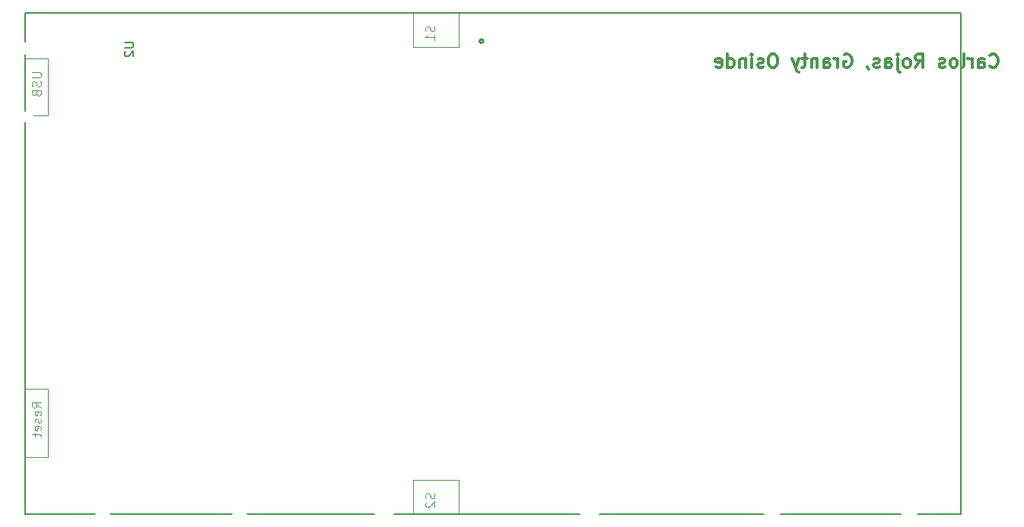
<source format=gbo>
G04 #@! TF.GenerationSoftware,KiCad,Pcbnew,9.0.0*
G04 #@! TF.CreationDate,2025-03-23T13:33:12-05:00*
G04 #@! TF.ProjectId,CDR3585,43445233-3538-4352-9e6b-696361645f70,v1.0.1*
G04 #@! TF.SameCoordinates,Original*
G04 #@! TF.FileFunction,Legend,Bot*
G04 #@! TF.FilePolarity,Positive*
%FSLAX46Y46*%
G04 Gerber Fmt 4.6, Leading zero omitted, Abs format (unit mm)*
G04 Created by KiCad (PCBNEW 9.0.0) date 2025-03-23 13:33:12*
%MOMM*%
%LPD*%
G01*
G04 APERTURE LIST*
%ADD10C,0.300000*%
%ADD11C,0.150000*%
%ADD12C,0.100000*%
%ADD13C,0.127000*%
%ADD14C,0.228600*%
%ADD15C,1.400000*%
%ADD16O,1.400000X1.400000*%
%ADD17C,1.700000*%
%ADD18O,1.700000X1.700000*%
%ADD19R,1.700000X1.700000*%
%ADD20R,1.800000X1.800000*%
%ADD21C,1.800000*%
%ADD22R,1.600000X2.400000*%
%ADD23O,1.600000X2.400000*%
%ADD24C,2.000000*%
%ADD25C,2.700000*%
%ADD26R,1.750000X1.750000*%
%ADD27C,1.750000*%
%ADD28C,1.778000*%
%ADD29C,2.286000*%
%ADD30C,1.600000*%
%ADD31O,1.600000X1.600000*%
%ADD32C,4.318000*%
%ADD33R,2.032000X2.032000*%
%ADD34C,2.032000*%
%ADD35C,2.200000*%
%ADD36R,1.778000X1.778000*%
%ADD37R,1.520000X1.520000*%
%ADD38C,1.520000*%
G04 APERTURE END LIST*
D10*
X163088346Y-66657971D02*
X163159774Y-66729400D01*
X163159774Y-66729400D02*
X163374060Y-66800828D01*
X163374060Y-66800828D02*
X163516917Y-66800828D01*
X163516917Y-66800828D02*
X163731203Y-66729400D01*
X163731203Y-66729400D02*
X163874060Y-66586542D01*
X163874060Y-66586542D02*
X163945489Y-66443685D01*
X163945489Y-66443685D02*
X164016917Y-66157971D01*
X164016917Y-66157971D02*
X164016917Y-65943685D01*
X164016917Y-65943685D02*
X163945489Y-65657971D01*
X163945489Y-65657971D02*
X163874060Y-65515114D01*
X163874060Y-65515114D02*
X163731203Y-65372257D01*
X163731203Y-65372257D02*
X163516917Y-65300828D01*
X163516917Y-65300828D02*
X163374060Y-65300828D01*
X163374060Y-65300828D02*
X163159774Y-65372257D01*
X163159774Y-65372257D02*
X163088346Y-65443685D01*
X161802632Y-66800828D02*
X161802632Y-66015114D01*
X161802632Y-66015114D02*
X161874060Y-65872257D01*
X161874060Y-65872257D02*
X162016917Y-65800828D01*
X162016917Y-65800828D02*
X162302632Y-65800828D01*
X162302632Y-65800828D02*
X162445489Y-65872257D01*
X161802632Y-66729400D02*
X161945489Y-66800828D01*
X161945489Y-66800828D02*
X162302632Y-66800828D01*
X162302632Y-66800828D02*
X162445489Y-66729400D01*
X162445489Y-66729400D02*
X162516917Y-66586542D01*
X162516917Y-66586542D02*
X162516917Y-66443685D01*
X162516917Y-66443685D02*
X162445489Y-66300828D01*
X162445489Y-66300828D02*
X162302632Y-66229400D01*
X162302632Y-66229400D02*
X161945489Y-66229400D01*
X161945489Y-66229400D02*
X161802632Y-66157971D01*
X161088346Y-66800828D02*
X161088346Y-65800828D01*
X161088346Y-66086542D02*
X161016917Y-65943685D01*
X161016917Y-65943685D02*
X160945489Y-65872257D01*
X160945489Y-65872257D02*
X160802631Y-65800828D01*
X160802631Y-65800828D02*
X160659774Y-65800828D01*
X159945489Y-66800828D02*
X160088346Y-66729400D01*
X160088346Y-66729400D02*
X160159775Y-66586542D01*
X160159775Y-66586542D02*
X160159775Y-65300828D01*
X159159775Y-66800828D02*
X159302632Y-66729400D01*
X159302632Y-66729400D02*
X159374061Y-66657971D01*
X159374061Y-66657971D02*
X159445489Y-66515114D01*
X159445489Y-66515114D02*
X159445489Y-66086542D01*
X159445489Y-66086542D02*
X159374061Y-65943685D01*
X159374061Y-65943685D02*
X159302632Y-65872257D01*
X159302632Y-65872257D02*
X159159775Y-65800828D01*
X159159775Y-65800828D02*
X158945489Y-65800828D01*
X158945489Y-65800828D02*
X158802632Y-65872257D01*
X158802632Y-65872257D02*
X158731204Y-65943685D01*
X158731204Y-65943685D02*
X158659775Y-66086542D01*
X158659775Y-66086542D02*
X158659775Y-66515114D01*
X158659775Y-66515114D02*
X158731204Y-66657971D01*
X158731204Y-66657971D02*
X158802632Y-66729400D01*
X158802632Y-66729400D02*
X158945489Y-66800828D01*
X158945489Y-66800828D02*
X159159775Y-66800828D01*
X158088346Y-66729400D02*
X157945489Y-66800828D01*
X157945489Y-66800828D02*
X157659775Y-66800828D01*
X157659775Y-66800828D02*
X157516918Y-66729400D01*
X157516918Y-66729400D02*
X157445489Y-66586542D01*
X157445489Y-66586542D02*
X157445489Y-66515114D01*
X157445489Y-66515114D02*
X157516918Y-66372257D01*
X157516918Y-66372257D02*
X157659775Y-66300828D01*
X157659775Y-66300828D02*
X157874061Y-66300828D01*
X157874061Y-66300828D02*
X158016918Y-66229400D01*
X158016918Y-66229400D02*
X158088346Y-66086542D01*
X158088346Y-66086542D02*
X158088346Y-66015114D01*
X158088346Y-66015114D02*
X158016918Y-65872257D01*
X158016918Y-65872257D02*
X157874061Y-65800828D01*
X157874061Y-65800828D02*
X157659775Y-65800828D01*
X157659775Y-65800828D02*
X157516918Y-65872257D01*
X154802632Y-66800828D02*
X155302632Y-66086542D01*
X155659775Y-66800828D02*
X155659775Y-65300828D01*
X155659775Y-65300828D02*
X155088346Y-65300828D01*
X155088346Y-65300828D02*
X154945489Y-65372257D01*
X154945489Y-65372257D02*
X154874060Y-65443685D01*
X154874060Y-65443685D02*
X154802632Y-65586542D01*
X154802632Y-65586542D02*
X154802632Y-65800828D01*
X154802632Y-65800828D02*
X154874060Y-65943685D01*
X154874060Y-65943685D02*
X154945489Y-66015114D01*
X154945489Y-66015114D02*
X155088346Y-66086542D01*
X155088346Y-66086542D02*
X155659775Y-66086542D01*
X153945489Y-66800828D02*
X154088346Y-66729400D01*
X154088346Y-66729400D02*
X154159775Y-66657971D01*
X154159775Y-66657971D02*
X154231203Y-66515114D01*
X154231203Y-66515114D02*
X154231203Y-66086542D01*
X154231203Y-66086542D02*
X154159775Y-65943685D01*
X154159775Y-65943685D02*
X154088346Y-65872257D01*
X154088346Y-65872257D02*
X153945489Y-65800828D01*
X153945489Y-65800828D02*
X153731203Y-65800828D01*
X153731203Y-65800828D02*
X153588346Y-65872257D01*
X153588346Y-65872257D02*
X153516918Y-65943685D01*
X153516918Y-65943685D02*
X153445489Y-66086542D01*
X153445489Y-66086542D02*
X153445489Y-66515114D01*
X153445489Y-66515114D02*
X153516918Y-66657971D01*
X153516918Y-66657971D02*
X153588346Y-66729400D01*
X153588346Y-66729400D02*
X153731203Y-66800828D01*
X153731203Y-66800828D02*
X153945489Y-66800828D01*
X152802632Y-65800828D02*
X152802632Y-67086542D01*
X152802632Y-67086542D02*
X152874060Y-67229400D01*
X152874060Y-67229400D02*
X153016917Y-67300828D01*
X153016917Y-67300828D02*
X153088346Y-67300828D01*
X152802632Y-65300828D02*
X152874060Y-65372257D01*
X152874060Y-65372257D02*
X152802632Y-65443685D01*
X152802632Y-65443685D02*
X152731203Y-65372257D01*
X152731203Y-65372257D02*
X152802632Y-65300828D01*
X152802632Y-65300828D02*
X152802632Y-65443685D01*
X151445489Y-66800828D02*
X151445489Y-66015114D01*
X151445489Y-66015114D02*
X151516917Y-65872257D01*
X151516917Y-65872257D02*
X151659774Y-65800828D01*
X151659774Y-65800828D02*
X151945489Y-65800828D01*
X151945489Y-65800828D02*
X152088346Y-65872257D01*
X151445489Y-66729400D02*
X151588346Y-66800828D01*
X151588346Y-66800828D02*
X151945489Y-66800828D01*
X151945489Y-66800828D02*
X152088346Y-66729400D01*
X152088346Y-66729400D02*
X152159774Y-66586542D01*
X152159774Y-66586542D02*
X152159774Y-66443685D01*
X152159774Y-66443685D02*
X152088346Y-66300828D01*
X152088346Y-66300828D02*
X151945489Y-66229400D01*
X151945489Y-66229400D02*
X151588346Y-66229400D01*
X151588346Y-66229400D02*
X151445489Y-66157971D01*
X150802631Y-66729400D02*
X150659774Y-66800828D01*
X150659774Y-66800828D02*
X150374060Y-66800828D01*
X150374060Y-66800828D02*
X150231203Y-66729400D01*
X150231203Y-66729400D02*
X150159774Y-66586542D01*
X150159774Y-66586542D02*
X150159774Y-66515114D01*
X150159774Y-66515114D02*
X150231203Y-66372257D01*
X150231203Y-66372257D02*
X150374060Y-66300828D01*
X150374060Y-66300828D02*
X150588346Y-66300828D01*
X150588346Y-66300828D02*
X150731203Y-66229400D01*
X150731203Y-66229400D02*
X150802631Y-66086542D01*
X150802631Y-66086542D02*
X150802631Y-66015114D01*
X150802631Y-66015114D02*
X150731203Y-65872257D01*
X150731203Y-65872257D02*
X150588346Y-65800828D01*
X150588346Y-65800828D02*
X150374060Y-65800828D01*
X150374060Y-65800828D02*
X150231203Y-65872257D01*
X149445488Y-66729400D02*
X149445488Y-66800828D01*
X149445488Y-66800828D02*
X149516917Y-66943685D01*
X149516917Y-66943685D02*
X149588345Y-67015114D01*
X146874059Y-65372257D02*
X147016917Y-65300828D01*
X147016917Y-65300828D02*
X147231202Y-65300828D01*
X147231202Y-65300828D02*
X147445488Y-65372257D01*
X147445488Y-65372257D02*
X147588345Y-65515114D01*
X147588345Y-65515114D02*
X147659774Y-65657971D01*
X147659774Y-65657971D02*
X147731202Y-65943685D01*
X147731202Y-65943685D02*
X147731202Y-66157971D01*
X147731202Y-66157971D02*
X147659774Y-66443685D01*
X147659774Y-66443685D02*
X147588345Y-66586542D01*
X147588345Y-66586542D02*
X147445488Y-66729400D01*
X147445488Y-66729400D02*
X147231202Y-66800828D01*
X147231202Y-66800828D02*
X147088345Y-66800828D01*
X147088345Y-66800828D02*
X146874059Y-66729400D01*
X146874059Y-66729400D02*
X146802631Y-66657971D01*
X146802631Y-66657971D02*
X146802631Y-66157971D01*
X146802631Y-66157971D02*
X147088345Y-66157971D01*
X146159774Y-66800828D02*
X146159774Y-65800828D01*
X146159774Y-66086542D02*
X146088345Y-65943685D01*
X146088345Y-65943685D02*
X146016917Y-65872257D01*
X146016917Y-65872257D02*
X145874059Y-65800828D01*
X145874059Y-65800828D02*
X145731202Y-65800828D01*
X144588346Y-66800828D02*
X144588346Y-66015114D01*
X144588346Y-66015114D02*
X144659774Y-65872257D01*
X144659774Y-65872257D02*
X144802631Y-65800828D01*
X144802631Y-65800828D02*
X145088346Y-65800828D01*
X145088346Y-65800828D02*
X145231203Y-65872257D01*
X144588346Y-66729400D02*
X144731203Y-66800828D01*
X144731203Y-66800828D02*
X145088346Y-66800828D01*
X145088346Y-66800828D02*
X145231203Y-66729400D01*
X145231203Y-66729400D02*
X145302631Y-66586542D01*
X145302631Y-66586542D02*
X145302631Y-66443685D01*
X145302631Y-66443685D02*
X145231203Y-66300828D01*
X145231203Y-66300828D02*
X145088346Y-66229400D01*
X145088346Y-66229400D02*
X144731203Y-66229400D01*
X144731203Y-66229400D02*
X144588346Y-66157971D01*
X143874060Y-65800828D02*
X143874060Y-66800828D01*
X143874060Y-65943685D02*
X143802631Y-65872257D01*
X143802631Y-65872257D02*
X143659774Y-65800828D01*
X143659774Y-65800828D02*
X143445488Y-65800828D01*
X143445488Y-65800828D02*
X143302631Y-65872257D01*
X143302631Y-65872257D02*
X143231203Y-66015114D01*
X143231203Y-66015114D02*
X143231203Y-66800828D01*
X142731202Y-65800828D02*
X142159774Y-65800828D01*
X142516917Y-65300828D02*
X142516917Y-66586542D01*
X142516917Y-66586542D02*
X142445488Y-66729400D01*
X142445488Y-66729400D02*
X142302631Y-66800828D01*
X142302631Y-66800828D02*
X142159774Y-66800828D01*
X141802631Y-65800828D02*
X141445488Y-66800828D01*
X141088345Y-65800828D02*
X141445488Y-66800828D01*
X141445488Y-66800828D02*
X141588345Y-67157971D01*
X141588345Y-67157971D02*
X141659774Y-67229400D01*
X141659774Y-67229400D02*
X141802631Y-67300828D01*
X139088345Y-65300828D02*
X138802631Y-65300828D01*
X138802631Y-65300828D02*
X138659774Y-65372257D01*
X138659774Y-65372257D02*
X138516917Y-65515114D01*
X138516917Y-65515114D02*
X138445488Y-65800828D01*
X138445488Y-65800828D02*
X138445488Y-66300828D01*
X138445488Y-66300828D02*
X138516917Y-66586542D01*
X138516917Y-66586542D02*
X138659774Y-66729400D01*
X138659774Y-66729400D02*
X138802631Y-66800828D01*
X138802631Y-66800828D02*
X139088345Y-66800828D01*
X139088345Y-66800828D02*
X139231203Y-66729400D01*
X139231203Y-66729400D02*
X139374060Y-66586542D01*
X139374060Y-66586542D02*
X139445488Y-66300828D01*
X139445488Y-66300828D02*
X139445488Y-65800828D01*
X139445488Y-65800828D02*
X139374060Y-65515114D01*
X139374060Y-65515114D02*
X139231203Y-65372257D01*
X139231203Y-65372257D02*
X139088345Y-65300828D01*
X137874059Y-66729400D02*
X137731202Y-66800828D01*
X137731202Y-66800828D02*
X137445488Y-66800828D01*
X137445488Y-66800828D02*
X137302631Y-66729400D01*
X137302631Y-66729400D02*
X137231202Y-66586542D01*
X137231202Y-66586542D02*
X137231202Y-66515114D01*
X137231202Y-66515114D02*
X137302631Y-66372257D01*
X137302631Y-66372257D02*
X137445488Y-66300828D01*
X137445488Y-66300828D02*
X137659774Y-66300828D01*
X137659774Y-66300828D02*
X137802631Y-66229400D01*
X137802631Y-66229400D02*
X137874059Y-66086542D01*
X137874059Y-66086542D02*
X137874059Y-66015114D01*
X137874059Y-66015114D02*
X137802631Y-65872257D01*
X137802631Y-65872257D02*
X137659774Y-65800828D01*
X137659774Y-65800828D02*
X137445488Y-65800828D01*
X137445488Y-65800828D02*
X137302631Y-65872257D01*
X136588345Y-66800828D02*
X136588345Y-65800828D01*
X136588345Y-65300828D02*
X136659773Y-65372257D01*
X136659773Y-65372257D02*
X136588345Y-65443685D01*
X136588345Y-65443685D02*
X136516916Y-65372257D01*
X136516916Y-65372257D02*
X136588345Y-65300828D01*
X136588345Y-65300828D02*
X136588345Y-65443685D01*
X135874059Y-65800828D02*
X135874059Y-66800828D01*
X135874059Y-65943685D02*
X135802630Y-65872257D01*
X135802630Y-65872257D02*
X135659773Y-65800828D01*
X135659773Y-65800828D02*
X135445487Y-65800828D01*
X135445487Y-65800828D02*
X135302630Y-65872257D01*
X135302630Y-65872257D02*
X135231202Y-66015114D01*
X135231202Y-66015114D02*
X135231202Y-66800828D01*
X133874059Y-66800828D02*
X133874059Y-65300828D01*
X133874059Y-66729400D02*
X134016916Y-66800828D01*
X134016916Y-66800828D02*
X134302630Y-66800828D01*
X134302630Y-66800828D02*
X134445487Y-66729400D01*
X134445487Y-66729400D02*
X134516916Y-66657971D01*
X134516916Y-66657971D02*
X134588344Y-66515114D01*
X134588344Y-66515114D02*
X134588344Y-66086542D01*
X134588344Y-66086542D02*
X134516916Y-65943685D01*
X134516916Y-65943685D02*
X134445487Y-65872257D01*
X134445487Y-65872257D02*
X134302630Y-65800828D01*
X134302630Y-65800828D02*
X134016916Y-65800828D01*
X134016916Y-65800828D02*
X133874059Y-65872257D01*
X132588344Y-66729400D02*
X132731201Y-66800828D01*
X132731201Y-66800828D02*
X133016916Y-66800828D01*
X133016916Y-66800828D02*
X133159773Y-66729400D01*
X133159773Y-66729400D02*
X133231201Y-66586542D01*
X133231201Y-66586542D02*
X133231201Y-66015114D01*
X133231201Y-66015114D02*
X133159773Y-65872257D01*
X133159773Y-65872257D02*
X133016916Y-65800828D01*
X133016916Y-65800828D02*
X132731201Y-65800828D01*
X132731201Y-65800828D02*
X132588344Y-65872257D01*
X132588344Y-65872257D02*
X132516916Y-66015114D01*
X132516916Y-66015114D02*
X132516916Y-66157971D01*
X132516916Y-66157971D02*
X133231201Y-66300828D01*
D11*
X66774819Y-64018095D02*
X67584342Y-64018095D01*
X67584342Y-64018095D02*
X67679580Y-64065714D01*
X67679580Y-64065714D02*
X67727200Y-64113333D01*
X67727200Y-64113333D02*
X67774819Y-64208571D01*
X67774819Y-64208571D02*
X67774819Y-64399047D01*
X67774819Y-64399047D02*
X67727200Y-64494285D01*
X67727200Y-64494285D02*
X67679580Y-64541904D01*
X67679580Y-64541904D02*
X67584342Y-64589523D01*
X67584342Y-64589523D02*
X66774819Y-64589523D01*
X66870057Y-65018095D02*
X66822438Y-65065714D01*
X66822438Y-65065714D02*
X66774819Y-65160952D01*
X66774819Y-65160952D02*
X66774819Y-65399047D01*
X66774819Y-65399047D02*
X66822438Y-65494285D01*
X66822438Y-65494285D02*
X66870057Y-65541904D01*
X66870057Y-65541904D02*
X66965295Y-65589523D01*
X66965295Y-65589523D02*
X67060533Y-65589523D01*
X67060533Y-65589523D02*
X67203390Y-65541904D01*
X67203390Y-65541904D02*
X67774819Y-64970476D01*
X67774819Y-64970476D02*
X67774819Y-65589523D01*
D12*
X101244800Y-62226265D02*
X101292419Y-62369122D01*
X101292419Y-62369122D02*
X101292419Y-62607217D01*
X101292419Y-62607217D02*
X101244800Y-62702455D01*
X101244800Y-62702455D02*
X101197180Y-62750074D01*
X101197180Y-62750074D02*
X101101942Y-62797693D01*
X101101942Y-62797693D02*
X101006704Y-62797693D01*
X101006704Y-62797693D02*
X100911466Y-62750074D01*
X100911466Y-62750074D02*
X100863847Y-62702455D01*
X100863847Y-62702455D02*
X100816228Y-62607217D01*
X100816228Y-62607217D02*
X100768609Y-62416741D01*
X100768609Y-62416741D02*
X100720990Y-62321503D01*
X100720990Y-62321503D02*
X100673371Y-62273884D01*
X100673371Y-62273884D02*
X100578133Y-62226265D01*
X100578133Y-62226265D02*
X100482895Y-62226265D01*
X100482895Y-62226265D02*
X100387657Y-62273884D01*
X100387657Y-62273884D02*
X100340038Y-62321503D01*
X100340038Y-62321503D02*
X100292419Y-62416741D01*
X100292419Y-62416741D02*
X100292419Y-62654836D01*
X100292419Y-62654836D02*
X100340038Y-62797693D01*
X101292419Y-63750074D02*
X101292419Y-63178646D01*
X101292419Y-63464360D02*
X100292419Y-63464360D01*
X100292419Y-63464360D02*
X100435276Y-63369122D01*
X100435276Y-63369122D02*
X100530514Y-63273884D01*
X100530514Y-63273884D02*
X100578133Y-63178646D01*
X56477419Y-67353884D02*
X57286942Y-67353884D01*
X57286942Y-67353884D02*
X57382180Y-67401503D01*
X57382180Y-67401503D02*
X57429800Y-67449122D01*
X57429800Y-67449122D02*
X57477419Y-67544360D01*
X57477419Y-67544360D02*
X57477419Y-67734836D01*
X57477419Y-67734836D02*
X57429800Y-67830074D01*
X57429800Y-67830074D02*
X57382180Y-67877693D01*
X57382180Y-67877693D02*
X57286942Y-67925312D01*
X57286942Y-67925312D02*
X56477419Y-67925312D01*
X57429800Y-68353884D02*
X57477419Y-68496741D01*
X57477419Y-68496741D02*
X57477419Y-68734836D01*
X57477419Y-68734836D02*
X57429800Y-68830074D01*
X57429800Y-68830074D02*
X57382180Y-68877693D01*
X57382180Y-68877693D02*
X57286942Y-68925312D01*
X57286942Y-68925312D02*
X57191704Y-68925312D01*
X57191704Y-68925312D02*
X57096466Y-68877693D01*
X57096466Y-68877693D02*
X57048847Y-68830074D01*
X57048847Y-68830074D02*
X57001228Y-68734836D01*
X57001228Y-68734836D02*
X56953609Y-68544360D01*
X56953609Y-68544360D02*
X56905990Y-68449122D01*
X56905990Y-68449122D02*
X56858371Y-68401503D01*
X56858371Y-68401503D02*
X56763133Y-68353884D01*
X56763133Y-68353884D02*
X56667895Y-68353884D01*
X56667895Y-68353884D02*
X56572657Y-68401503D01*
X56572657Y-68401503D02*
X56525038Y-68449122D01*
X56525038Y-68449122D02*
X56477419Y-68544360D01*
X56477419Y-68544360D02*
X56477419Y-68782455D01*
X56477419Y-68782455D02*
X56525038Y-68925312D01*
X56953609Y-69687217D02*
X57001228Y-69830074D01*
X57001228Y-69830074D02*
X57048847Y-69877693D01*
X57048847Y-69877693D02*
X57144085Y-69925312D01*
X57144085Y-69925312D02*
X57286942Y-69925312D01*
X57286942Y-69925312D02*
X57382180Y-69877693D01*
X57382180Y-69877693D02*
X57429800Y-69830074D01*
X57429800Y-69830074D02*
X57477419Y-69734836D01*
X57477419Y-69734836D02*
X57477419Y-69353884D01*
X57477419Y-69353884D02*
X56477419Y-69353884D01*
X56477419Y-69353884D02*
X56477419Y-69687217D01*
X56477419Y-69687217D02*
X56525038Y-69782455D01*
X56525038Y-69782455D02*
X56572657Y-69830074D01*
X56572657Y-69830074D02*
X56667895Y-69877693D01*
X56667895Y-69877693D02*
X56763133Y-69877693D01*
X56763133Y-69877693D02*
X56858371Y-69830074D01*
X56858371Y-69830074D02*
X56905990Y-69782455D01*
X56905990Y-69782455D02*
X56953609Y-69687217D01*
X56953609Y-69687217D02*
X56953609Y-69353884D01*
X101244800Y-114296265D02*
X101292419Y-114439122D01*
X101292419Y-114439122D02*
X101292419Y-114677217D01*
X101292419Y-114677217D02*
X101244800Y-114772455D01*
X101244800Y-114772455D02*
X101197180Y-114820074D01*
X101197180Y-114820074D02*
X101101942Y-114867693D01*
X101101942Y-114867693D02*
X101006704Y-114867693D01*
X101006704Y-114867693D02*
X100911466Y-114820074D01*
X100911466Y-114820074D02*
X100863847Y-114772455D01*
X100863847Y-114772455D02*
X100816228Y-114677217D01*
X100816228Y-114677217D02*
X100768609Y-114486741D01*
X100768609Y-114486741D02*
X100720990Y-114391503D01*
X100720990Y-114391503D02*
X100673371Y-114343884D01*
X100673371Y-114343884D02*
X100578133Y-114296265D01*
X100578133Y-114296265D02*
X100482895Y-114296265D01*
X100482895Y-114296265D02*
X100387657Y-114343884D01*
X100387657Y-114343884D02*
X100340038Y-114391503D01*
X100340038Y-114391503D02*
X100292419Y-114486741D01*
X100292419Y-114486741D02*
X100292419Y-114724836D01*
X100292419Y-114724836D02*
X100340038Y-114867693D01*
X100387657Y-115248646D02*
X100340038Y-115296265D01*
X100340038Y-115296265D02*
X100292419Y-115391503D01*
X100292419Y-115391503D02*
X100292419Y-115629598D01*
X100292419Y-115629598D02*
X100340038Y-115724836D01*
X100340038Y-115724836D02*
X100387657Y-115772455D01*
X100387657Y-115772455D02*
X100482895Y-115820074D01*
X100482895Y-115820074D02*
X100578133Y-115820074D01*
X100578133Y-115820074D02*
X100720990Y-115772455D01*
X100720990Y-115772455D02*
X101292419Y-115201027D01*
X101292419Y-115201027D02*
X101292419Y-115820074D01*
X57477419Y-104755312D02*
X57001228Y-104421979D01*
X57477419Y-104183884D02*
X56477419Y-104183884D01*
X56477419Y-104183884D02*
X56477419Y-104564836D01*
X56477419Y-104564836D02*
X56525038Y-104660074D01*
X56525038Y-104660074D02*
X56572657Y-104707693D01*
X56572657Y-104707693D02*
X56667895Y-104755312D01*
X56667895Y-104755312D02*
X56810752Y-104755312D01*
X56810752Y-104755312D02*
X56905990Y-104707693D01*
X56905990Y-104707693D02*
X56953609Y-104660074D01*
X56953609Y-104660074D02*
X57001228Y-104564836D01*
X57001228Y-104564836D02*
X57001228Y-104183884D01*
X57429800Y-105564836D02*
X57477419Y-105469598D01*
X57477419Y-105469598D02*
X57477419Y-105279122D01*
X57477419Y-105279122D02*
X57429800Y-105183884D01*
X57429800Y-105183884D02*
X57334561Y-105136265D01*
X57334561Y-105136265D02*
X56953609Y-105136265D01*
X56953609Y-105136265D02*
X56858371Y-105183884D01*
X56858371Y-105183884D02*
X56810752Y-105279122D01*
X56810752Y-105279122D02*
X56810752Y-105469598D01*
X56810752Y-105469598D02*
X56858371Y-105564836D01*
X56858371Y-105564836D02*
X56953609Y-105612455D01*
X56953609Y-105612455D02*
X57048847Y-105612455D01*
X57048847Y-105612455D02*
X57144085Y-105136265D01*
X57429800Y-105993408D02*
X57477419Y-106088646D01*
X57477419Y-106088646D02*
X57477419Y-106279122D01*
X57477419Y-106279122D02*
X57429800Y-106374360D01*
X57429800Y-106374360D02*
X57334561Y-106421979D01*
X57334561Y-106421979D02*
X57286942Y-106421979D01*
X57286942Y-106421979D02*
X57191704Y-106374360D01*
X57191704Y-106374360D02*
X57144085Y-106279122D01*
X57144085Y-106279122D02*
X57144085Y-106136265D01*
X57144085Y-106136265D02*
X57096466Y-106041027D01*
X57096466Y-106041027D02*
X57001228Y-105993408D01*
X57001228Y-105993408D02*
X56953609Y-105993408D01*
X56953609Y-105993408D02*
X56858371Y-106041027D01*
X56858371Y-106041027D02*
X56810752Y-106136265D01*
X56810752Y-106136265D02*
X56810752Y-106279122D01*
X56810752Y-106279122D02*
X56858371Y-106374360D01*
X57429800Y-107231503D02*
X57477419Y-107136265D01*
X57477419Y-107136265D02*
X57477419Y-106945789D01*
X57477419Y-106945789D02*
X57429800Y-106850551D01*
X57429800Y-106850551D02*
X57334561Y-106802932D01*
X57334561Y-106802932D02*
X56953609Y-106802932D01*
X56953609Y-106802932D02*
X56858371Y-106850551D01*
X56858371Y-106850551D02*
X56810752Y-106945789D01*
X56810752Y-106945789D02*
X56810752Y-107136265D01*
X56810752Y-107136265D02*
X56858371Y-107231503D01*
X56858371Y-107231503D02*
X56953609Y-107279122D01*
X56953609Y-107279122D02*
X57048847Y-107279122D01*
X57048847Y-107279122D02*
X57144085Y-106802932D01*
X56810752Y-107564837D02*
X56810752Y-107945789D01*
X56477419Y-107707694D02*
X57334561Y-107707694D01*
X57334561Y-107707694D02*
X57429800Y-107755313D01*
X57429800Y-107755313D02*
X57477419Y-107850551D01*
X57477419Y-107850551D02*
X57477419Y-107945789D01*
D13*
X55700000Y-60700000D02*
X159840000Y-60700000D01*
X55700000Y-116580000D02*
X55700000Y-60700000D01*
X159840000Y-60700000D02*
X159840000Y-116580000D01*
X159840000Y-116580000D02*
X55700000Y-116580000D01*
D12*
X55700000Y-65780000D02*
X58240000Y-65780000D01*
X58240000Y-72130000D01*
X55700000Y-72130000D01*
X55700000Y-65780000D01*
X55700000Y-102610000D02*
X58240000Y-102610000D01*
X58240000Y-110230000D01*
X55700000Y-110230000D01*
X55700000Y-102610000D01*
X98880000Y-60700000D02*
X103960000Y-60700000D01*
X103960000Y-64510000D01*
X98880000Y-64510000D01*
X98880000Y-60700000D01*
X98880000Y-112770000D02*
X103960000Y-112770000D01*
X103960000Y-116580000D01*
X98880000Y-116580000D01*
X98880000Y-112770000D01*
D14*
X106703200Y-63875000D02*
G75*
G02*
X106296800Y-63875000I-203200J0D01*
G01*
X106296800Y-63875000D02*
G75*
G02*
X106703200Y-63875000I203200J0D01*
G01*
%LPC*%
D15*
X80880000Y-83500000D03*
D16*
X88500000Y-83500000D03*
D15*
X68500000Y-62500000D03*
D16*
X76120000Y-62500000D03*
D17*
X82460000Y-123500000D03*
D18*
X85000000Y-123500000D03*
D15*
X68500000Y-42500000D03*
D16*
X76120000Y-42500000D03*
D19*
X137920000Y-42500000D03*
D18*
X140460000Y-42500000D03*
X143000000Y-42500000D03*
D15*
X68380000Y-66500000D03*
D16*
X76000000Y-66500000D03*
D20*
X85000000Y-63500000D03*
D21*
X85000000Y-66040000D03*
D15*
X68500000Y-50500000D03*
D16*
X76120000Y-50500000D03*
D22*
X65300000Y-84175000D03*
D23*
X62760000Y-84175000D03*
X60220000Y-84175000D03*
X57680000Y-84175000D03*
X57680000Y-91795000D03*
X60220000Y-91795000D03*
X62760000Y-91795000D03*
X65300000Y-91795000D03*
D15*
X56000000Y-72310000D03*
D16*
X56000000Y-64690000D03*
D24*
X128750000Y-78750000D03*
X135250000Y-78750000D03*
X128750000Y-83250000D03*
X135250000Y-83250000D03*
X139250000Y-69750000D03*
X145750000Y-69750000D03*
X139250000Y-74250000D03*
X145750000Y-74250000D03*
D15*
X68380000Y-70500000D03*
D16*
X76000000Y-70500000D03*
D25*
X94505000Y-124200000D03*
X95705000Y-115800000D03*
X118505000Y-115800000D03*
X119705000Y-124200000D03*
D26*
X90605000Y-118250000D03*
D27*
X90605000Y-121750000D03*
X123605000Y-118250000D03*
D15*
X68380000Y-58500000D03*
D16*
X76000000Y-58500000D03*
D15*
X99000000Y-47310000D03*
D16*
X99000000Y-39690000D03*
D17*
X60960000Y-43000000D03*
D18*
X63500000Y-43000000D03*
D28*
X61792500Y-113310000D03*
X61792500Y-110770000D03*
X61792500Y-108230000D03*
X69412500Y-120930000D03*
X71952500Y-120930000D03*
X74492500Y-120930000D03*
D29*
X64332500Y-104102500D03*
X64332500Y-117437500D03*
X79572500Y-117437500D03*
X79572500Y-104102500D03*
D28*
X68777500Y-103150000D03*
X75127500Y-103150000D03*
X68777500Y-98070000D03*
X75127500Y-98070000D03*
D17*
X130725000Y-118500000D03*
D18*
X133265000Y-118500000D03*
D30*
X56943800Y-49065000D03*
D31*
X62023800Y-49065000D03*
D20*
X85000000Y-50460000D03*
D21*
X85000000Y-53000000D03*
D32*
X161290000Y-41910000D03*
X161290000Y-123190000D03*
X54610000Y-41910000D03*
D15*
X136500000Y-56000000D03*
D16*
X128880000Y-56000000D03*
D32*
X54610000Y-123190000D03*
D33*
X71500000Y-90000000D03*
D34*
X76580000Y-90000000D03*
D15*
X80880000Y-58000000D03*
D16*
X88500000Y-58000000D03*
D17*
X130725000Y-124000000D03*
D18*
X133265000Y-124000000D03*
D20*
X116960000Y-43380000D03*
D21*
X119500000Y-43380000D03*
D33*
X71500000Y-79500000D03*
D34*
X76580000Y-79500000D03*
D28*
X136292500Y-111810000D03*
X136292500Y-109270000D03*
X136292500Y-106730000D03*
X143912500Y-119430000D03*
X146452500Y-119430000D03*
X148992500Y-119430000D03*
D29*
X138832500Y-102602500D03*
X138832500Y-115937500D03*
X154072500Y-115937500D03*
X154072500Y-102602500D03*
D28*
X143277500Y-101650000D03*
X149627500Y-101650000D03*
X143277500Y-96570000D03*
X149627500Y-96570000D03*
D24*
X149250000Y-78250000D03*
X155750000Y-78250000D03*
X149250000Y-82750000D03*
X155750000Y-82750000D03*
D15*
X124000000Y-47500000D03*
D16*
X124000000Y-39880000D03*
D15*
X136500000Y-60000000D03*
D16*
X128880000Y-60000000D03*
D15*
X111500000Y-47120000D03*
D16*
X111500000Y-39500000D03*
D15*
X55690000Y-54500000D03*
D16*
X63310000Y-54500000D03*
D15*
X136500000Y-48000000D03*
D16*
X128880000Y-48000000D03*
D15*
X68500000Y-54500000D03*
D16*
X76120000Y-54500000D03*
D15*
X136500000Y-52000000D03*
D16*
X128880000Y-52000000D03*
D24*
X146250000Y-90750000D03*
X139750000Y-90750000D03*
X146250000Y-86250000D03*
X139750000Y-86250000D03*
D15*
X68500000Y-46500000D03*
D16*
X76120000Y-46500000D03*
D19*
X53500000Y-101000000D03*
D18*
X53500000Y-103540000D03*
D20*
X85000000Y-76000000D03*
D21*
X85000000Y-78540000D03*
D20*
X91460000Y-43500000D03*
D21*
X94000000Y-43500000D03*
D19*
X85500000Y-90920000D03*
D18*
X85500000Y-93460000D03*
X85500000Y-96000000D03*
D20*
X103960000Y-43500000D03*
D21*
X106500000Y-43500000D03*
D15*
X81380000Y-71000000D03*
D16*
X89000000Y-71000000D03*
D35*
X92395000Y-51600000D03*
X92395000Y-102400000D03*
X121605000Y-51600000D03*
X121605000Y-102400000D03*
D36*
X95570000Y-102400000D03*
D28*
X98110000Y-102400000D03*
X100650000Y-102400000D03*
X103190000Y-102400000D03*
X105730000Y-102400000D03*
X108270000Y-102400000D03*
X110810000Y-102400000D03*
X113350000Y-102400000D03*
X115890000Y-102400000D03*
X118430000Y-102400000D03*
D37*
X106500000Y-65780000D03*
D38*
X109040000Y-65780000D03*
X111580000Y-65780000D03*
X114120000Y-65780000D03*
X116660000Y-65780000D03*
X119200000Y-65780000D03*
X121740000Y-65780000D03*
X124280000Y-65780000D03*
X126820000Y-65780000D03*
X129360000Y-65780000D03*
X106500000Y-111500000D03*
X109040000Y-111500000D03*
X111580000Y-111500000D03*
X114120000Y-111500000D03*
X116660000Y-111500000D03*
X119200000Y-111500000D03*
X121740000Y-111500000D03*
X124280000Y-111500000D03*
X126820000Y-111500000D03*
X129360000Y-111500000D03*
X106500000Y-68320000D03*
X109040000Y-68320000D03*
X111580000Y-68320000D03*
X114120000Y-68320000D03*
X116660000Y-68320000D03*
X119200000Y-68320000D03*
X121740000Y-68320000D03*
X124280000Y-68320000D03*
X126820000Y-68320000D03*
X129360000Y-68320000D03*
X106500000Y-108960000D03*
X109040000Y-108960000D03*
X111580000Y-108960000D03*
X114120000Y-108960000D03*
X116660000Y-108960000D03*
X119200000Y-108960000D03*
X121740000Y-108960000D03*
X124280000Y-108960000D03*
X126820000Y-108960000D03*
X129360000Y-108960000D03*
%LPD*%
M02*

</source>
